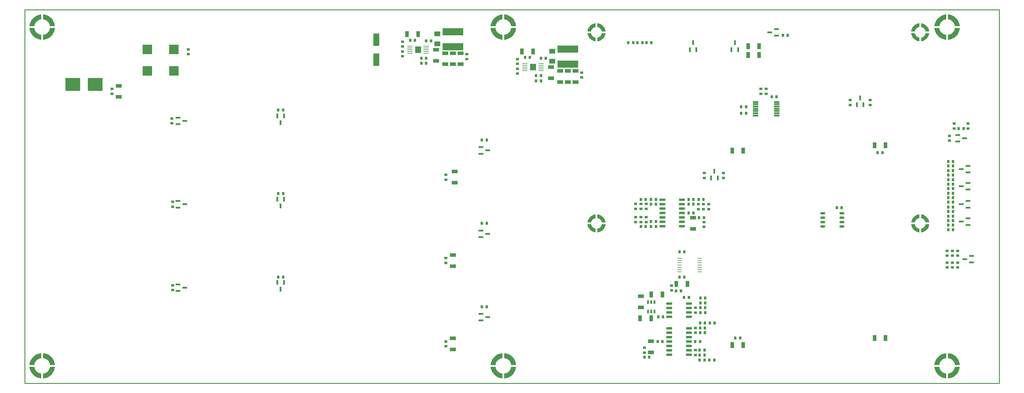
<source format=gtp>
G04 Layer_Color=10723209*
%FSLAX43Y43*%
%MOMM*%
G71*
G01*
G75*
%ADD10R,2.700X2.700*%
%ADD12R,6.000X2.000*%
%ADD13R,0.600X1.000*%
%ADD14R,1.350X0.600*%
%ADD15O,1.450X0.650*%
%ADD16R,1.800X1.340*%
%ADD17R,0.800X0.900*%
G04:AMPARAMS|DCode=18|XSize=0.45mm|YSize=1.6mm|CornerRadius=0.05mm|HoleSize=0mm|Usage=FLASHONLY|Rotation=90.000|XOffset=0mm|YOffset=0mm|HoleType=Round|Shape=RoundedRectangle|*
%AMROUNDEDRECTD18*
21,1,0.450,1.501,0,0,90.0*
21,1,0.351,1.600,0,0,90.0*
1,1,0.099,0.750,0.175*
1,1,0.099,0.750,-0.175*
1,1,0.099,-0.750,-0.175*
1,1,0.099,-0.750,0.175*
%
%ADD18ROUNDEDRECTD18*%
%ADD19R,4.240X3.810*%
%ADD20R,1.800X3.550*%
G04:AMPARAMS|DCode=22|XSize=0.65mm|YSize=1.65mm|CornerRadius=0.049mm|HoleSize=0mm|Usage=FLASHONLY|Rotation=270.000|XOffset=0mm|YOffset=0mm|HoleType=Round|Shape=RoundedRectangle|*
%AMROUNDEDRECTD22*
21,1,0.650,1.552,0,0,270.0*
21,1,0.552,1.650,0,0,270.0*
1,1,0.098,-0.776,-0.276*
1,1,0.098,-0.776,0.276*
1,1,0.098,0.776,0.276*
1,1,0.098,0.776,-0.276*
%
%ADD22ROUNDEDRECTD22*%
%ADD23R,1.700X1.000*%
%ADD24R,0.900X0.800*%
%ADD25R,1.000X1.700*%
G04:AMPARAMS|DCode=27|XSize=1.73mm|YSize=1.9mm|CornerRadius=0.052mm|HoleSize=0mm|Usage=FLASHONLY|Rotation=0.000|XOffset=0mm|YOffset=0mm|HoleType=Round|Shape=RoundedRectangle|*
%AMROUNDEDRECTD27*
21,1,1.730,1.796,0,0,0.0*
21,1,1.626,1.900,0,0,0.0*
1,1,0.104,0.813,-0.898*
1,1,0.104,-0.813,-0.898*
1,1,0.104,-0.813,0.898*
1,1,0.104,0.813,0.898*
%
%ADD27ROUNDEDRECTD27*%
%ADD28R,0.600X1.350*%
%ADD37C,0.254*%
%ADD77O,1.300X0.250*%
G04:AMPARAMS|DCode=78|XSize=0.2mm|YSize=1.45mm|CornerRadius=0mm|HoleSize=0mm|Usage=FLASHONLY|Rotation=90.000|XOffset=0mm|YOffset=0mm|HoleType=Round|Shape=RoundedRectangle|*
%AMROUNDEDRECTD78*
21,1,0.200,1.450,0,0,90.0*
21,1,0.200,1.450,0,0,90.0*
1,1,0.000,0.725,0.100*
1,1,0.000,0.725,-0.100*
1,1,0.000,-0.725,-0.100*
1,1,0.000,-0.725,0.100*
%
%ADD78ROUNDEDRECTD78*%
G36*
X255740Y45750D02*
X255764Y45632D01*
X255840Y45402D01*
X255950Y45188D01*
X256092Y44993D01*
X256263Y44822D01*
X256458Y44680D01*
X256672Y44570D01*
X256902Y44494D01*
X257020Y44470D01*
X257020Y44470D01*
X257020D01*
X257020Y43412D01*
X256797Y43434D01*
X256364Y43553D01*
X255958Y43744D01*
X255590Y44003D01*
X255273Y44320D01*
X255014Y44688D01*
X254823Y45094D01*
X254704Y45527D01*
X254682Y45750D01*
Y45750D01*
X255741D01*
X255740Y45750D01*
D02*
G37*
G36*
X166838Y45750D02*
X166816Y45527D01*
X166697Y45094D01*
X166506Y44688D01*
X166247Y44320D01*
X165930Y44003D01*
X165562Y43744D01*
X165156Y43553D01*
X164723Y43434D01*
X164500Y43412D01*
X164500D01*
Y44471D01*
X164500Y44470D01*
X164618Y44494D01*
X164848Y44570D01*
X165062Y44680D01*
X165257Y44822D01*
X165428Y44993D01*
X165570Y45188D01*
X165680Y45402D01*
X165756Y45632D01*
X165780Y45750D01*
Y45750D01*
Y45750D01*
X166838Y45750D01*
D02*
G37*
G36*
X162720Y45750D02*
X162744Y45632D01*
X162820Y45402D01*
X162930Y45188D01*
X163072Y44993D01*
X163243Y44822D01*
X163438Y44680D01*
X163652Y44570D01*
X163882Y44494D01*
X164000Y44470D01*
X164000Y44470D01*
X164000D01*
X164000Y43412D01*
X163777Y43434D01*
X163344Y43553D01*
X162938Y43744D01*
X162570Y44003D01*
X162253Y44320D01*
X161994Y44688D01*
X161803Y45094D01*
X161684Y45527D01*
X161662Y45750D01*
Y45750D01*
X162721D01*
X162720Y45750D01*
D02*
G37*
G36*
X141141Y5250D02*
Y5250D01*
D01*
Y5250D01*
D02*
G37*
G36*
X137250Y8641D02*
Y7236D01*
X137250D01*
Y7236D01*
X137063Y7207D01*
X136699Y7103D01*
X136358Y6938D01*
X136049Y6719D01*
X135781Y6452D01*
X135562Y6143D01*
X135398Y5801D01*
X135293Y5437D01*
X135264Y5250D01*
Y5250D01*
X133859D01*
X133874Y5468D01*
X133955Y5897D01*
X134087Y6313D01*
X134268Y6710D01*
X134495Y7083D01*
X134765Y7427D01*
X135074Y7735D01*
X135417Y8005D01*
X135790Y8232D01*
X136187Y8413D01*
X136603Y8545D01*
X137032Y8626D01*
X137250Y8641D01*
D01*
X137250D01*
X137250D01*
D02*
G37*
G36*
X259858Y45750D02*
X259836Y45527D01*
X259717Y45094D01*
X259526Y44688D01*
X259267Y44320D01*
X258950Y44003D01*
X258582Y43744D01*
X258176Y43553D01*
X257743Y43434D01*
X257520Y43412D01*
X257520D01*
Y44471D01*
X257520Y44470D01*
X257638Y44494D01*
X257868Y44570D01*
X258082Y44680D01*
X258277Y44822D01*
X258448Y44993D01*
X258590Y45188D01*
X258700Y45402D01*
X258776Y45632D01*
X258800Y45750D01*
Y45750D01*
Y45750D01*
X259858Y45750D01*
D02*
G37*
G36*
X257020Y47529D02*
X257020Y47530D01*
X256902Y47506D01*
X256672Y47430D01*
X256458Y47320D01*
X256263Y47178D01*
X256092Y47007D01*
X255950Y46812D01*
X255840Y46598D01*
X255764Y46368D01*
X255740Y46250D01*
X255740D01*
Y46250D01*
X254682D01*
X254704Y46473D01*
X254823Y46906D01*
X255014Y47312D01*
X255273Y47680D01*
X255590Y47997D01*
X255957Y48256D01*
X256364Y48447D01*
X256797Y48566D01*
X257020Y48588D01*
Y48588D01*
X257020D01*
Y47529D01*
D02*
G37*
G36*
X162720Y100750D02*
X162744Y100632D01*
X162820Y100402D01*
X162930Y100188D01*
X163072Y99993D01*
X163243Y99822D01*
X163438Y99680D01*
X163652Y99570D01*
X163882Y99494D01*
X164000Y99470D01*
X164000Y99470D01*
X164000D01*
X164000Y98412D01*
X163777Y98434D01*
X163344Y98553D01*
X162938Y98744D01*
X162570Y99003D01*
X162253Y99320D01*
X161994Y99688D01*
X161803Y100094D01*
X161684Y100527D01*
X161662Y100750D01*
Y100750D01*
X162721D01*
X162720Y100750D01*
D02*
G37*
G36*
X164000Y47529D02*
X164000Y47530D01*
X163882Y47506D01*
X163652Y47430D01*
X163438Y47320D01*
X163243Y47178D01*
X163072Y47007D01*
X162930Y46812D01*
X162820Y46598D01*
X162744Y46368D01*
X162720Y46250D01*
X162720D01*
Y46250D01*
X161662D01*
X161684Y46473D01*
X161803Y46906D01*
X161994Y47312D01*
X162253Y47680D01*
X162570Y47997D01*
X162938Y48256D01*
X163344Y48447D01*
X163777Y48566D01*
X164000Y48588D01*
Y48588D01*
X164000D01*
Y47529D01*
D02*
G37*
G36*
X164723Y48566D02*
X165156Y48447D01*
X165562Y48256D01*
X165930Y47997D01*
X166247Y47680D01*
X166506Y47312D01*
X166697Y46906D01*
X166816Y46473D01*
X166838Y46250D01*
X166838Y46250D01*
Y46250D01*
X165779D01*
X165780Y46250D01*
X165756Y46368D01*
X165680Y46598D01*
X165570Y46812D01*
X165428Y47007D01*
X165257Y47178D01*
X165062Y47320D01*
X164848Y47430D01*
X164618Y47506D01*
X164500Y47530D01*
X164500D01*
Y48588D01*
X164723Y48566D01*
D02*
G37*
G36*
X257743D02*
X258176Y48447D01*
X258582Y48256D01*
X258950Y47997D01*
X259267Y47680D01*
X259526Y47312D01*
X259717Y46906D01*
X259836Y46473D01*
X259858Y46250D01*
X259858Y46250D01*
Y46250D01*
X258799D01*
X258800Y46250D01*
X258776Y46368D01*
X258700Y46598D01*
X258590Y46812D01*
X258448Y47007D01*
X258277Y47178D01*
X258082Y47320D01*
X257868Y47430D01*
X257638Y47506D01*
X257520Y47530D01*
X257520D01*
Y48588D01*
X257743Y48566D01*
D02*
G37*
G36*
X2793Y4563D02*
X2897Y4199D01*
X3062Y3858D01*
X3281Y3549D01*
X3548Y3281D01*
X3857Y3062D01*
X4199Y2898D01*
X4563Y2793D01*
X4750Y2764D01*
X4750D01*
Y1359D01*
X4750Y1359D01*
X4532Y1374D01*
X4103Y1455D01*
X3687Y1587D01*
X3290Y1768D01*
X2917Y1995D01*
X2573Y2265D01*
X2265Y2573D01*
X1995Y2917D01*
X1768Y3290D01*
X1587Y3687D01*
X1455Y4103D01*
X1374Y4532D01*
X1359Y4750D01*
X1359Y4750D01*
X2764D01*
Y4750D01*
X2793Y4563D01*
D02*
G37*
G36*
X262793D02*
X262897Y4199D01*
X263062Y3858D01*
X263281Y3549D01*
X263548Y3281D01*
X263857Y3062D01*
X264199Y2898D01*
X264563Y2793D01*
X264750Y2764D01*
X264750D01*
Y1359D01*
X264750Y1359D01*
X264532Y1374D01*
X264103Y1455D01*
X263687Y1587D01*
X263290Y1768D01*
X262917Y1995D01*
X262573Y2265D01*
X262265Y2573D01*
X261995Y2917D01*
X261768Y3290D01*
X261587Y3687D01*
X261455Y4103D01*
X261374Y4532D01*
X261359Y4750D01*
X261359Y4750D01*
X262764D01*
Y4750D01*
X262793Y4563D01*
D02*
G37*
G36*
X141141Y4750D02*
X141126Y4532D01*
X141045Y4103D01*
X140913Y3687D01*
X140732Y3290D01*
X140505Y2917D01*
X140235Y2573D01*
X139926Y2265D01*
X139583Y1995D01*
X139210Y1768D01*
X138813Y1587D01*
X138397Y1455D01*
X137968Y1374D01*
X137750Y1359D01*
X137750Y1359D01*
Y2764D01*
X137750D01*
X137937Y2793D01*
X138301Y2897D01*
X138642Y3062D01*
X138951Y3281D01*
X139219Y3548D01*
X139438Y3857D01*
X139602Y4199D01*
X139707Y4563D01*
X139736Y4750D01*
X139736Y4750D01*
X141141D01*
Y4750D01*
D02*
G37*
G36*
X8641Y4750D02*
X8626Y4532D01*
X8545Y4103D01*
X8413Y3687D01*
X8232Y3290D01*
X8005Y2917D01*
X7735Y2573D01*
X7426Y2265D01*
X7083Y1995D01*
X6710Y1768D01*
X6313Y1587D01*
X5897Y1455D01*
X5468Y1373D01*
X5250Y1359D01*
X5250Y1359D01*
Y2764D01*
X5250D01*
X5437Y2793D01*
X5801Y2897D01*
X6142Y3062D01*
X6451Y3281D01*
X6719Y3548D01*
X6938Y3857D01*
X7102Y4199D01*
X7207Y4563D01*
X7236Y4750D01*
X7236Y4750D01*
X8641D01*
Y4750D01*
D02*
G37*
G36*
X268641D02*
X268626Y4532D01*
X268545Y4103D01*
X268413Y3687D01*
X268232Y3290D01*
X268005Y2917D01*
X267735Y2573D01*
X267427Y2265D01*
X267083Y1995D01*
X266710Y1768D01*
X266313Y1587D01*
X265897Y1455D01*
X265468Y1373D01*
X265250Y1359D01*
X265250Y1359D01*
Y2764D01*
X265250D01*
X265437Y2793D01*
X265801Y2897D01*
X266142Y3062D01*
X266451Y3281D01*
X266719Y3548D01*
X266938Y3857D01*
X267102Y4199D01*
X267207Y4563D01*
X267236Y4750D01*
X267236Y4750D01*
X268641D01*
Y4750D01*
D02*
G37*
G36*
X135293Y4563D02*
X135397Y4199D01*
X135562Y3858D01*
X135781Y3549D01*
X136048Y3281D01*
X136357Y3062D01*
X136699Y2898D01*
X137063Y2793D01*
X137250Y2764D01*
X137250D01*
Y1359D01*
X137250Y1359D01*
X137032Y1374D01*
X136603Y1455D01*
X136187Y1587D01*
X135790Y1768D01*
X135417Y1995D01*
X135073Y2265D01*
X134765Y2573D01*
X134495Y2917D01*
X134268Y3290D01*
X134087Y3687D01*
X133955Y4103D01*
X133874Y4532D01*
X133859Y4750D01*
X133859Y4750D01*
X135264D01*
Y4750D01*
X135293Y4563D01*
D02*
G37*
G36*
X4750Y8641D02*
Y7236D01*
X4750D01*
Y7236D01*
X4563Y7207D01*
X4199Y7102D01*
X3858Y6938D01*
X3549Y6719D01*
X3281Y6452D01*
X3062Y6143D01*
X2898Y5801D01*
X2793Y5437D01*
X2764Y5250D01*
Y5250D01*
X1359D01*
X1374Y5468D01*
X1455Y5897D01*
X1587Y6313D01*
X1768Y6710D01*
X1995Y7083D01*
X2265Y7427D01*
X2573Y7735D01*
X2917Y8005D01*
X3290Y8232D01*
X3687Y8413D01*
X4103Y8545D01*
X4532Y8626D01*
X4750Y8641D01*
D01*
X4750D01*
X4750D01*
D02*
G37*
G36*
X264750D02*
Y7236D01*
X264750D01*
Y7236D01*
X264563Y7207D01*
X264199Y7102D01*
X263858Y6938D01*
X263549Y6719D01*
X263281Y6452D01*
X263062Y6143D01*
X262898Y5801D01*
X262793Y5437D01*
X262764Y5250D01*
Y5250D01*
X261359D01*
X261374Y5468D01*
X261455Y5897D01*
X261587Y6313D01*
X261768Y6710D01*
X261995Y7083D01*
X262265Y7427D01*
X262573Y7735D01*
X262917Y8005D01*
X263290Y8232D01*
X263687Y8413D01*
X264103Y8545D01*
X264532Y8626D01*
X264750Y8641D01*
D01*
X264750D01*
X264750D01*
D02*
G37*
G36*
X265468Y8626D02*
X265897Y8545D01*
X266313Y8413D01*
X266710Y8232D01*
X267083Y8005D01*
X267427Y7735D01*
X267735Y7426D01*
X268005Y7083D01*
X268232Y6710D01*
X268413Y6313D01*
X268545Y5897D01*
X268626Y5468D01*
X268641Y5250D01*
D01*
Y5250D01*
Y5250D01*
X267236D01*
Y5250D01*
X267236Y5250D01*
X267207Y5437D01*
X267103Y5801D01*
X266938Y6142D01*
X266719Y6451D01*
X266452Y6719D01*
X266143Y6938D01*
X265801Y7102D01*
X265437Y7207D01*
X265250Y7236D01*
X265250Y7236D01*
Y8641D01*
X265468Y8626D01*
D02*
G37*
G36*
X5468D02*
X5897Y8545D01*
X6313Y8413D01*
X6710Y8232D01*
X7083Y8005D01*
X7427Y7735D01*
X7735Y7426D01*
X8005Y7083D01*
X8232Y6710D01*
X8413Y6313D01*
X8545Y5897D01*
X8626Y5468D01*
X8641Y5250D01*
D01*
Y5250D01*
Y5250D01*
X7236D01*
Y5250D01*
X7236Y5250D01*
X7207Y5437D01*
X7103Y5801D01*
X6938Y6142D01*
X6719Y6451D01*
X6452Y6719D01*
X6143Y6938D01*
X5801Y7102D01*
X5437Y7207D01*
X5250Y7236D01*
X5250Y7236D01*
Y8641D01*
X5468Y8626D01*
D02*
G37*
G36*
X137968Y8626D02*
X138397Y8545D01*
X138813Y8413D01*
X139210Y8232D01*
X139583Y8005D01*
X139927Y7735D01*
X140235Y7426D01*
X140505Y7083D01*
X140732Y6710D01*
X140913Y6313D01*
X141045Y5897D01*
X141126Y5468D01*
X141141Y5250D01*
X139736D01*
Y5250D01*
X139736Y5250D01*
X139707Y5437D01*
X139603Y5801D01*
X139438Y6142D01*
X139219Y6451D01*
X138952Y6719D01*
X138643Y6938D01*
X138301Y7102D01*
X137937Y7207D01*
X137750Y7236D01*
X137750Y7236D01*
Y8641D01*
X137968Y8626D01*
D02*
G37*
G36*
Y106126D02*
X138397Y106045D01*
X138813Y105913D01*
X139210Y105732D01*
X139583Y105505D01*
X139927Y105235D01*
X140235Y104926D01*
X140505Y104583D01*
X140732Y104210D01*
X140913Y103813D01*
X141045Y103397D01*
X141126Y102968D01*
X141141Y102750D01*
D01*
Y102750D01*
Y102750D01*
X139736D01*
Y102750D01*
X139736Y102750D01*
X139707Y102937D01*
X139603Y103301D01*
X139438Y103642D01*
X139219Y103951D01*
X138952Y104219D01*
X138643Y104438D01*
X138301Y104602D01*
X137937Y104707D01*
X137750Y104736D01*
X137750Y104736D01*
Y106141D01*
X137968Y106126D01*
D02*
G37*
G36*
X265468D02*
X265897Y106045D01*
X266313Y105913D01*
X266710Y105732D01*
X267083Y105505D01*
X267427Y105235D01*
X267735Y104926D01*
X268005Y104583D01*
X268232Y104210D01*
X268413Y103813D01*
X268545Y103397D01*
X268626Y102968D01*
X268641Y102750D01*
D01*
Y102750D01*
Y102750D01*
X267236D01*
Y102750D01*
X267236Y102750D01*
X267207Y102937D01*
X267103Y103301D01*
X266938Y103642D01*
X266719Y103951D01*
X266452Y104219D01*
X266143Y104438D01*
X265801Y104602D01*
X265437Y104707D01*
X265250Y104736D01*
X265250Y104736D01*
Y106141D01*
X265468Y106126D01*
D02*
G37*
G36*
X5468D02*
X5897Y106045D01*
X6313Y105913D01*
X6710Y105732D01*
X7083Y105505D01*
X7427Y105235D01*
X7735Y104926D01*
X8005Y104583D01*
X8232Y104210D01*
X8413Y103813D01*
X8545Y103397D01*
X8626Y102968D01*
X8641Y102750D01*
D01*
Y102750D01*
Y102750D01*
X7236D01*
Y102750D01*
X7236Y102750D01*
X7207Y102937D01*
X7103Y103301D01*
X6938Y103642D01*
X6719Y103951D01*
X6452Y104219D01*
X6143Y104438D01*
X5801Y104602D01*
X5437Y104707D01*
X5250Y104736D01*
X5250Y104736D01*
Y106141D01*
X5468Y106126D01*
D02*
G37*
G36*
X164000Y102529D02*
X164000Y102530D01*
X163882Y102506D01*
X163652Y102430D01*
X163438Y102320D01*
X163243Y102178D01*
X163072Y102007D01*
X162930Y101812D01*
X162820Y101598D01*
X162744Y101368D01*
X162720Y101250D01*
X162720D01*
Y101250D01*
X161662D01*
X161684Y101473D01*
X161803Y101906D01*
X161994Y102312D01*
X162253Y102680D01*
X162570Y102997D01*
X162938Y103256D01*
X163344Y103447D01*
X163777Y103566D01*
X164000Y103588D01*
Y103588D01*
X164000D01*
Y102529D01*
D02*
G37*
G36*
X257000D02*
X257000Y102530D01*
X256882Y102506D01*
X256652Y102430D01*
X256438Y102320D01*
X256243Y102178D01*
X256072Y102007D01*
X255930Y101812D01*
X255820Y101598D01*
X255744Y101368D01*
X255720Y101250D01*
X255720D01*
Y101250D01*
X254662D01*
X254684Y101473D01*
X254803Y101906D01*
X254994Y102312D01*
X255253Y102680D01*
X255570Y102997D01*
X255938Y103256D01*
X256344Y103447D01*
X256777Y103566D01*
X257000Y103588D01*
Y103588D01*
X257000D01*
Y102529D01*
D02*
G37*
G36*
X4750Y104736D02*
X4750D01*
Y104736D01*
X4563Y104707D01*
X4199Y104603D01*
X3858Y104438D01*
X3549Y104219D01*
X3281Y103952D01*
X3062Y103643D01*
X2898Y103301D01*
X2793Y102937D01*
X2764Y102750D01*
Y102750D01*
X1359D01*
X1374Y102968D01*
X1455Y103397D01*
X1587Y103813D01*
X1768Y104210D01*
X1995Y104583D01*
X2265Y104927D01*
X2573Y105235D01*
X2917Y105505D01*
X3290Y105732D01*
X3687Y105913D01*
X4103Y106045D01*
X4532Y106126D01*
X4750Y106141D01*
Y104736D01*
D02*
G37*
G36*
X137250Y106141D02*
D01*
X137250D01*
X137250D01*
D02*
G37*
G36*
X264750D02*
D01*
X264750D01*
X264750D01*
D02*
G37*
G36*
X4750D02*
D01*
X4750D01*
X4750D01*
D02*
G37*
G36*
X137250Y104736D02*
X137250D01*
Y104736D01*
X137063Y104707D01*
X136699Y104603D01*
X136358Y104438D01*
X136049Y104219D01*
X135781Y103952D01*
X135562Y103643D01*
X135398Y103301D01*
X135293Y102937D01*
X135264Y102750D01*
Y102750D01*
X133859D01*
X133874Y102968D01*
X133955Y103397D01*
X134087Y103813D01*
X134268Y104210D01*
X134495Y104583D01*
X134765Y104927D01*
X135074Y105235D01*
X135417Y105505D01*
X135790Y105732D01*
X136187Y105913D01*
X136603Y106045D01*
X137032Y106126D01*
X137250Y106141D01*
Y104736D01*
D02*
G37*
G36*
X264750D02*
X264750D01*
Y104736D01*
X264563Y104707D01*
X264199Y104603D01*
X263858Y104438D01*
X263549Y104219D01*
X263281Y103952D01*
X263062Y103643D01*
X262898Y103301D01*
X262793Y102937D01*
X262764Y102750D01*
Y102750D01*
X261359D01*
X261374Y102968D01*
X261455Y103397D01*
X261587Y103813D01*
X261768Y104210D01*
X261995Y104583D01*
X262265Y104927D01*
X262573Y105235D01*
X262917Y105505D01*
X263290Y105732D01*
X263687Y105913D01*
X264103Y106045D01*
X264532Y106126D01*
X264750Y106141D01*
Y104736D01*
D02*
G37*
G36*
X268641Y102250D02*
X268626Y102032D01*
X268545Y101603D01*
X268413Y101187D01*
X268232Y100790D01*
X268005Y100417D01*
X267735Y100073D01*
X267427Y99765D01*
X267083Y99495D01*
X266710Y99268D01*
X266313Y99087D01*
X265897Y98955D01*
X265468Y98874D01*
X265250Y98859D01*
X265250Y98859D01*
Y100264D01*
X265250D01*
X265437Y100293D01*
X265801Y100397D01*
X266142Y100562D01*
X266451Y100781D01*
X266719Y101048D01*
X266938Y101357D01*
X267102Y101699D01*
X267207Y102063D01*
X267236Y102250D01*
X267236Y102250D01*
X268641D01*
Y102250D01*
D02*
G37*
G36*
X166838Y100750D02*
X166816Y100527D01*
X166697Y100094D01*
X166506Y99688D01*
X166247Y99320D01*
X165930Y99003D01*
X165562Y98744D01*
X165156Y98553D01*
X164723Y98434D01*
X164500Y98412D01*
X164500D01*
Y99471D01*
X164500Y99470D01*
X164618Y99494D01*
X164848Y99570D01*
X165062Y99680D01*
X165257Y99822D01*
X165428Y99993D01*
X165570Y100188D01*
X165680Y100402D01*
X165756Y100632D01*
X165780Y100750D01*
Y100750D01*
Y100750D01*
X166838Y100750D01*
D02*
G37*
G36*
X141141Y102250D02*
X141126Y102032D01*
X141045Y101603D01*
X140913Y101187D01*
X140732Y100790D01*
X140505Y100417D01*
X140235Y100073D01*
X139926Y99765D01*
X139583Y99495D01*
X139210Y99268D01*
X138813Y99087D01*
X138397Y98955D01*
X137968Y98874D01*
X137750Y98859D01*
X137750Y98859D01*
Y100264D01*
X137750D01*
X137937Y100293D01*
X138301Y100397D01*
X138642Y100562D01*
X138951Y100781D01*
X139219Y101048D01*
X139438Y101357D01*
X139602Y101699D01*
X139707Y102063D01*
X139736Y102250D01*
X139736Y102250D01*
X141141D01*
Y102250D01*
D02*
G37*
G36*
X255720Y100750D02*
X255744Y100632D01*
X255820Y100402D01*
X255930Y100188D01*
X256072Y99993D01*
X256243Y99822D01*
X256438Y99680D01*
X256652Y99570D01*
X256882Y99494D01*
X257000Y99470D01*
X257000Y99470D01*
X257000D01*
X257000Y98412D01*
X256777Y98434D01*
X256344Y98553D01*
X255938Y98744D01*
X255570Y99003D01*
X255253Y99320D01*
X254994Y99688D01*
X254803Y100094D01*
X254684Y100527D01*
X254662Y100750D01*
Y100750D01*
X255721D01*
X255720Y100750D01*
D02*
G37*
G36*
X8641Y102250D02*
X8626Y102032D01*
X8545Y101603D01*
X8413Y101187D01*
X8232Y100790D01*
X8005Y100417D01*
X7735Y100073D01*
X7426Y99765D01*
X7083Y99495D01*
X6710Y99268D01*
X6313Y99087D01*
X5897Y98955D01*
X5468Y98874D01*
X5250Y98859D01*
X5250Y98859D01*
Y100264D01*
X5250D01*
X5437Y100293D01*
X5801Y100397D01*
X6142Y100562D01*
X6451Y100781D01*
X6719Y101048D01*
X6938Y101357D01*
X7102Y101699D01*
X7207Y102063D01*
X7236Y102250D01*
X7236Y102250D01*
X8641D01*
Y102250D01*
D02*
G37*
G36*
X259838Y100750D02*
X259816Y100527D01*
X259697Y100094D01*
X259506Y99688D01*
X259247Y99320D01*
X258930Y99003D01*
X258562Y98744D01*
X258156Y98553D01*
X257723Y98434D01*
X257500Y98412D01*
X257500D01*
Y99471D01*
X257500Y99470D01*
X257618Y99494D01*
X257848Y99570D01*
X258062Y99680D01*
X258257Y99822D01*
X258428Y99993D01*
X258570Y100188D01*
X258680Y100402D01*
X258756Y100632D01*
X258780Y100750D01*
Y100750D01*
Y100750D01*
X259838Y100750D01*
D02*
G37*
G36*
X135293Y102063D02*
X135397Y101699D01*
X135562Y101358D01*
X135781Y101049D01*
X136048Y100781D01*
X136357Y100562D01*
X136699Y100398D01*
X137063Y100293D01*
X137250Y100264D01*
X137250D01*
Y98859D01*
X137250Y98859D01*
X137032Y98874D01*
X136603Y98955D01*
X136187Y99087D01*
X135790Y99268D01*
X135417Y99495D01*
X135073Y99765D01*
X134765Y100074D01*
X134495Y100417D01*
X134268Y100790D01*
X134087Y101187D01*
X133955Y101603D01*
X133874Y102032D01*
X133859Y102250D01*
X133859Y102250D01*
X135264D01*
Y102250D01*
X135293Y102063D01*
D02*
G37*
G36*
X262793D02*
X262897Y101699D01*
X263062Y101358D01*
X263281Y101049D01*
X263548Y100781D01*
X263857Y100562D01*
X264199Y100398D01*
X264563Y100293D01*
X264750Y100264D01*
X264750D01*
Y98859D01*
X264750Y98859D01*
X264532Y98874D01*
X264103Y98955D01*
X263687Y99087D01*
X263290Y99268D01*
X262917Y99495D01*
X262573Y99765D01*
X262265Y100074D01*
X261995Y100417D01*
X261768Y100790D01*
X261587Y101187D01*
X261455Y101603D01*
X261374Y102032D01*
X261359Y102250D01*
X261359Y102250D01*
X262764D01*
Y102250D01*
X262793Y102063D01*
D02*
G37*
G36*
X2793D02*
X2897Y101699D01*
X3062Y101358D01*
X3281Y101049D01*
X3548Y100781D01*
X3857Y100562D01*
X4199Y100398D01*
X4563Y100293D01*
X4750Y100264D01*
X4750D01*
Y98859D01*
X4750Y98859D01*
X4532Y98874D01*
X4103Y98955D01*
X3687Y99087D01*
X3290Y99268D01*
X2917Y99495D01*
X2573Y99765D01*
X2265Y100074D01*
X1995Y100417D01*
X1768Y100790D01*
X1587Y101187D01*
X1455Y101603D01*
X1374Y102032D01*
X1359Y102250D01*
X1359Y102250D01*
X2764D01*
Y102250D01*
X2793Y102063D01*
D02*
G37*
G36*
X164723Y103566D02*
X165156Y103447D01*
X165562Y103256D01*
X165930Y102997D01*
X166247Y102680D01*
X166506Y102312D01*
X166697Y101906D01*
X166816Y101473D01*
X166838Y101250D01*
X166838Y101250D01*
Y101250D01*
X165779D01*
X165780Y101250D01*
X165756Y101368D01*
X165680Y101598D01*
X165570Y101812D01*
X165428Y102007D01*
X165257Y102178D01*
X165062Y102320D01*
X164848Y102430D01*
X164618Y102506D01*
X164500Y102530D01*
X164500D01*
Y103588D01*
X164723Y103566D01*
D02*
G37*
G36*
X257723D02*
X258156Y103447D01*
X258562Y103256D01*
X258930Y102997D01*
X259247Y102680D01*
X259506Y102312D01*
X259697Y101906D01*
X259816Y101473D01*
X259838Y101250D01*
X259838Y101250D01*
Y101250D01*
X258779D01*
X258780Y101250D01*
X258756Y101368D01*
X258680Y101598D01*
X258570Y101812D01*
X258428Y102007D01*
X258257Y102178D01*
X258062Y102320D01*
X257848Y102430D01*
X257618Y102506D01*
X257500Y102530D01*
X257500D01*
Y103588D01*
X257723Y103566D01*
D02*
G37*
D10*
X35190Y89890D02*
D03*
X42810D02*
D03*
Y96110D02*
D03*
X35190D02*
D03*
D12*
X123000Y96850D02*
D03*
Y101150D02*
D03*
X156000Y91850D02*
D03*
Y96150D02*
D03*
D13*
X179050Y20625D02*
D03*
X180000D02*
D03*
X180950D02*
D03*
Y23375D02*
D03*
X180000D02*
D03*
X179050D02*
D03*
D14*
X215975Y100050D02*
D03*
Y101950D02*
D03*
X214025Y101000D02*
D03*
X269975Y70500D02*
D03*
X268025Y69550D02*
D03*
Y71450D02*
D03*
X270025Y35700D02*
D03*
X271975Y36650D02*
D03*
Y34750D02*
D03*
X270975Y45550D02*
D03*
Y47450D02*
D03*
X269025Y46500D02*
D03*
X270975Y50550D02*
D03*
Y52450D02*
D03*
X269025Y51500D02*
D03*
X270975Y55750D02*
D03*
Y57650D02*
D03*
X269025Y56700D02*
D03*
X270975Y60650D02*
D03*
Y62550D02*
D03*
X269025Y61600D02*
D03*
X44025Y28450D02*
D03*
Y26550D02*
D03*
X45975Y27500D02*
D03*
X44025Y52450D02*
D03*
Y50550D02*
D03*
X45975Y51500D02*
D03*
X44025Y76450D02*
D03*
Y74550D02*
D03*
X45975Y75500D02*
D03*
X131025Y19950D02*
D03*
Y18050D02*
D03*
X132975Y19000D02*
D03*
X131025Y43950D02*
D03*
Y42050D02*
D03*
X132975Y43000D02*
D03*
X131025Y67950D02*
D03*
Y66050D02*
D03*
X132975Y67000D02*
D03*
D15*
X234725Y45095D02*
D03*
Y46365D02*
D03*
Y47635D02*
D03*
Y48905D02*
D03*
X229275Y45095D02*
D03*
Y46365D02*
D03*
Y47635D02*
D03*
Y48905D02*
D03*
D16*
X118500Y100530D02*
D03*
Y97670D02*
D03*
X151500Y95530D02*
D03*
Y92670D02*
D03*
D17*
X217800Y100100D02*
D03*
X219200D02*
D03*
X195100Y47600D02*
D03*
X193700D02*
D03*
X207200Y77700D02*
D03*
X205800D02*
D03*
X207200Y79600D02*
D03*
X205800D02*
D03*
X268300Y73300D02*
D03*
X269700D02*
D03*
X196800Y17300D02*
D03*
X198200D02*
D03*
X194100Y23100D02*
D03*
X195500D02*
D03*
X198100Y6700D02*
D03*
X196700D02*
D03*
X183200Y12000D02*
D03*
X181800D02*
D03*
X177000Y45100D02*
D03*
X178400D02*
D03*
X188100Y37800D02*
D03*
X189500D02*
D03*
X177000Y52900D02*
D03*
X178400D02*
D03*
X195000D02*
D03*
X193600D02*
D03*
X187100Y26600D02*
D03*
X188500D02*
D03*
X188100Y30500D02*
D03*
X189500D02*
D03*
X190700Y49000D02*
D03*
X192100D02*
D03*
X205530Y12970D02*
D03*
X204130D02*
D03*
X245030Y66370D02*
D03*
X246430D02*
D03*
X234700Y50500D02*
D03*
X233300D02*
D03*
X148300Y93500D02*
D03*
X149700D02*
D03*
X143700Y93800D02*
D03*
X145100D02*
D03*
X115300Y98500D02*
D03*
X116700D02*
D03*
X112100Y98700D02*
D03*
X110700D02*
D03*
X173400Y98000D02*
D03*
X174800D02*
D03*
X216000Y82400D02*
D03*
X214600D02*
D03*
X178000Y7500D02*
D03*
X179400D02*
D03*
X195400Y17300D02*
D03*
X194000D02*
D03*
Y15900D02*
D03*
X195400D02*
D03*
X194000Y14500D02*
D03*
X195400D02*
D03*
X194100Y21700D02*
D03*
X195500D02*
D03*
Y24500D02*
D03*
X194100D02*
D03*
Y20300D02*
D03*
X195500D02*
D03*
X179900Y45100D02*
D03*
X181300D02*
D03*
Y46500D02*
D03*
X179900D02*
D03*
X131300Y22000D02*
D03*
X132700D02*
D03*
X179900Y52900D02*
D03*
X181300D02*
D03*
Y51500D02*
D03*
X179900D02*
D03*
X131300Y46000D02*
D03*
X132700D02*
D03*
X192100Y52900D02*
D03*
X190700D02*
D03*
Y51500D02*
D03*
X192100D02*
D03*
X131300Y70000D02*
D03*
X132700D02*
D03*
X146900Y87000D02*
D03*
X148300D02*
D03*
Y88500D02*
D03*
X146900D02*
D03*
X113900Y92100D02*
D03*
X115300D02*
D03*
Y93500D02*
D03*
X113900D02*
D03*
X72800Y30500D02*
D03*
X74200D02*
D03*
X72800Y54600D02*
D03*
X74200D02*
D03*
X72800Y78600D02*
D03*
X74200D02*
D03*
X265300Y45500D02*
D03*
X266700D02*
D03*
X265300Y46800D02*
D03*
X266700D02*
D03*
X265300Y50700D02*
D03*
X266700D02*
D03*
X265300Y52100D02*
D03*
X266700D02*
D03*
X176000Y98000D02*
D03*
X177400D02*
D03*
X180000D02*
D03*
X178600D02*
D03*
X192600Y12000D02*
D03*
X194000D02*
D03*
X183400Y19100D02*
D03*
X182000D02*
D03*
X190800Y24700D02*
D03*
X189400D02*
D03*
X193900Y8100D02*
D03*
X195300D02*
D03*
Y6700D02*
D03*
X193900D02*
D03*
Y9500D02*
D03*
X195300D02*
D03*
X265300Y56000D02*
D03*
X266700D02*
D03*
X265300Y57300D02*
D03*
X266700D02*
D03*
X265300Y61200D02*
D03*
X266700D02*
D03*
X265300Y62500D02*
D03*
X266700D02*
D03*
Y63800D02*
D03*
X265300D02*
D03*
X266700Y59900D02*
D03*
X265300D02*
D03*
X266700Y58600D02*
D03*
X265300D02*
D03*
X266700Y54700D02*
D03*
X265300D02*
D03*
X266700Y53400D02*
D03*
X265300D02*
D03*
X266700Y49400D02*
D03*
X265300D02*
D03*
X266700Y48100D02*
D03*
X265300D02*
D03*
X266700Y44200D02*
D03*
X265300D02*
D03*
D18*
X216050Y77050D02*
D03*
Y77700D02*
D03*
Y78350D02*
D03*
Y79000D02*
D03*
Y79650D02*
D03*
Y80300D02*
D03*
Y80950D02*
D03*
X209950Y77050D02*
D03*
Y77700D02*
D03*
Y78350D02*
D03*
Y79000D02*
D03*
Y79650D02*
D03*
Y80300D02*
D03*
Y80950D02*
D03*
D19*
X20185Y86000D02*
D03*
X13815D02*
D03*
D20*
X101000Y93125D02*
D03*
Y98875D02*
D03*
D22*
X183175Y52810D02*
D03*
Y51540D02*
D03*
Y50270D02*
D03*
Y49000D02*
D03*
Y47730D02*
D03*
Y46460D02*
D03*
Y45190D02*
D03*
X188825Y52810D02*
D03*
Y51540D02*
D03*
Y50270D02*
D03*
Y49000D02*
D03*
Y47730D02*
D03*
Y46460D02*
D03*
Y45190D02*
D03*
X190825Y19095D02*
D03*
Y20365D02*
D03*
Y21635D02*
D03*
Y22905D02*
D03*
X185175Y19095D02*
D03*
Y20365D02*
D03*
Y21635D02*
D03*
Y22905D02*
D03*
X190825Y8190D02*
D03*
Y9460D02*
D03*
Y10730D02*
D03*
Y12000D02*
D03*
Y13270D02*
D03*
Y14540D02*
D03*
Y15810D02*
D03*
X185175Y8190D02*
D03*
Y9460D02*
D03*
Y10730D02*
D03*
Y12000D02*
D03*
Y13270D02*
D03*
Y14540D02*
D03*
Y15810D02*
D03*
D23*
X125200Y91800D02*
D03*
Y95000D02*
D03*
X179900Y12100D02*
D03*
Y8900D02*
D03*
X123000Y9700D02*
D03*
Y12900D02*
D03*
Y33700D02*
D03*
Y36900D02*
D03*
X123500Y57700D02*
D03*
Y60900D02*
D03*
X192000Y44400D02*
D03*
Y47600D02*
D03*
X27000Y82400D02*
D03*
Y85600D02*
D03*
X153800Y86700D02*
D03*
Y89900D02*
D03*
X156000Y86700D02*
D03*
Y89900D02*
D03*
X158200Y86700D02*
D03*
Y89900D02*
D03*
X120800Y91800D02*
D03*
Y95000D02*
D03*
X123000Y91800D02*
D03*
Y95000D02*
D03*
X151200Y87800D02*
D03*
Y91000D02*
D03*
X118200Y92800D02*
D03*
Y96000D02*
D03*
X177000Y21800D02*
D03*
Y25000D02*
D03*
D24*
X268000Y34700D02*
D03*
Y33300D02*
D03*
X213000Y83300D02*
D03*
Y84700D02*
D03*
X211500Y83300D02*
D03*
Y84700D02*
D03*
X265700Y69800D02*
D03*
Y71200D02*
D03*
X265000Y33300D02*
D03*
Y34700D02*
D03*
Y36700D02*
D03*
Y38100D02*
D03*
X266500Y34700D02*
D03*
Y33300D02*
D03*
Y36700D02*
D03*
Y38100D02*
D03*
X267000Y74700D02*
D03*
Y73300D02*
D03*
X271000Y74700D02*
D03*
Y73300D02*
D03*
X192700Y15900D02*
D03*
Y14500D02*
D03*
Y21700D02*
D03*
Y20300D02*
D03*
Y8100D02*
D03*
Y9500D02*
D03*
X178000Y8800D02*
D03*
Y10200D02*
D03*
X178500Y47800D02*
D03*
Y46400D02*
D03*
X121000Y12000D02*
D03*
Y10600D02*
D03*
X178500Y50200D02*
D03*
Y51600D02*
D03*
X121000Y36000D02*
D03*
Y34600D02*
D03*
X193500Y50100D02*
D03*
Y51500D02*
D03*
X121000Y60000D02*
D03*
Y58600D02*
D03*
X195100Y46400D02*
D03*
Y45000D02*
D03*
X195230Y59070D02*
D03*
Y60470D02*
D03*
X200730Y59070D02*
D03*
Y60470D02*
D03*
X25000Y84700D02*
D03*
Y83300D02*
D03*
X47000Y96100D02*
D03*
Y94700D02*
D03*
X160000Y89400D02*
D03*
Y88000D02*
D03*
X141500Y90500D02*
D03*
Y89100D02*
D03*
X127000Y93300D02*
D03*
Y94700D02*
D03*
X108500Y94100D02*
D03*
Y95500D02*
D03*
X185800Y26700D02*
D03*
Y28100D02*
D03*
X175500Y46400D02*
D03*
Y47800D02*
D03*
X177000D02*
D03*
Y46400D02*
D03*
X175500Y51600D02*
D03*
Y50200D02*
D03*
X177000D02*
D03*
Y51600D02*
D03*
X196500Y51500D02*
D03*
Y50100D02*
D03*
X195000D02*
D03*
Y51500D02*
D03*
X141500Y91900D02*
D03*
Y93300D02*
D03*
X108500Y96900D02*
D03*
Y98300D02*
D03*
X42500Y26800D02*
D03*
Y28200D02*
D03*
X242900Y80100D02*
D03*
Y81500D02*
D03*
X42500Y50800D02*
D03*
Y52200D02*
D03*
X237100Y80100D02*
D03*
Y81500D02*
D03*
X42200Y74800D02*
D03*
Y76200D02*
D03*
X268000Y36700D02*
D03*
Y38100D02*
D03*
D25*
X207800Y97000D02*
D03*
X211000D02*
D03*
X190400Y28600D02*
D03*
X187200D02*
D03*
X203230Y10970D02*
D03*
X206430D02*
D03*
X247330Y68470D02*
D03*
X244130D02*
D03*
Y12970D02*
D03*
X247330D02*
D03*
X206430Y66970D02*
D03*
X203230D02*
D03*
X146000Y95500D02*
D03*
X142800D02*
D03*
X113000Y100500D02*
D03*
X109800D02*
D03*
X207800Y94500D02*
D03*
X211000D02*
D03*
X183200Y25500D02*
D03*
X180000D02*
D03*
X176800Y18700D02*
D03*
X180000D02*
D03*
D27*
X113000Y96000D02*
D03*
X146000Y91000D02*
D03*
D28*
X239050Y80125D02*
D03*
X240950D02*
D03*
X240000Y82075D02*
D03*
X191050Y96025D02*
D03*
X192950D02*
D03*
X192000Y97975D02*
D03*
X203050Y96025D02*
D03*
X204950D02*
D03*
X204000Y97975D02*
D03*
X74450Y28975D02*
D03*
X72550D02*
D03*
X73500Y27025D02*
D03*
X74450Y52975D02*
D03*
X72550D02*
D03*
X73500Y51025D02*
D03*
X74450Y76975D02*
D03*
X72550D02*
D03*
X73500Y75025D02*
D03*
X197180Y59095D02*
D03*
X199080D02*
D03*
X198130Y61045D02*
D03*
D37*
X0Y0D02*
Y107500D01*
X280000D01*
Y0D02*
Y107500D01*
X0Y0D02*
X280000D01*
D77*
X188125Y35950D02*
D03*
Y35300D02*
D03*
Y34650D02*
D03*
Y34000D02*
D03*
Y33350D02*
D03*
Y32700D02*
D03*
Y32050D02*
D03*
X193875Y35950D02*
D03*
Y35300D02*
D03*
Y34650D02*
D03*
Y34000D02*
D03*
Y33350D02*
D03*
Y32700D02*
D03*
Y32050D02*
D03*
D78*
X115325Y95000D02*
D03*
Y95500D02*
D03*
Y96000D02*
D03*
Y96500D02*
D03*
X110675Y95000D02*
D03*
Y95500D02*
D03*
Y96000D02*
D03*
Y96500D02*
D03*
Y97000D02*
D03*
X115325D02*
D03*
X148325Y92000D02*
D03*
X143675D02*
D03*
Y91500D02*
D03*
Y91000D02*
D03*
Y90500D02*
D03*
Y90000D02*
D03*
X148325Y91500D02*
D03*
Y91000D02*
D03*
Y90500D02*
D03*
Y90000D02*
D03*
M02*

</source>
